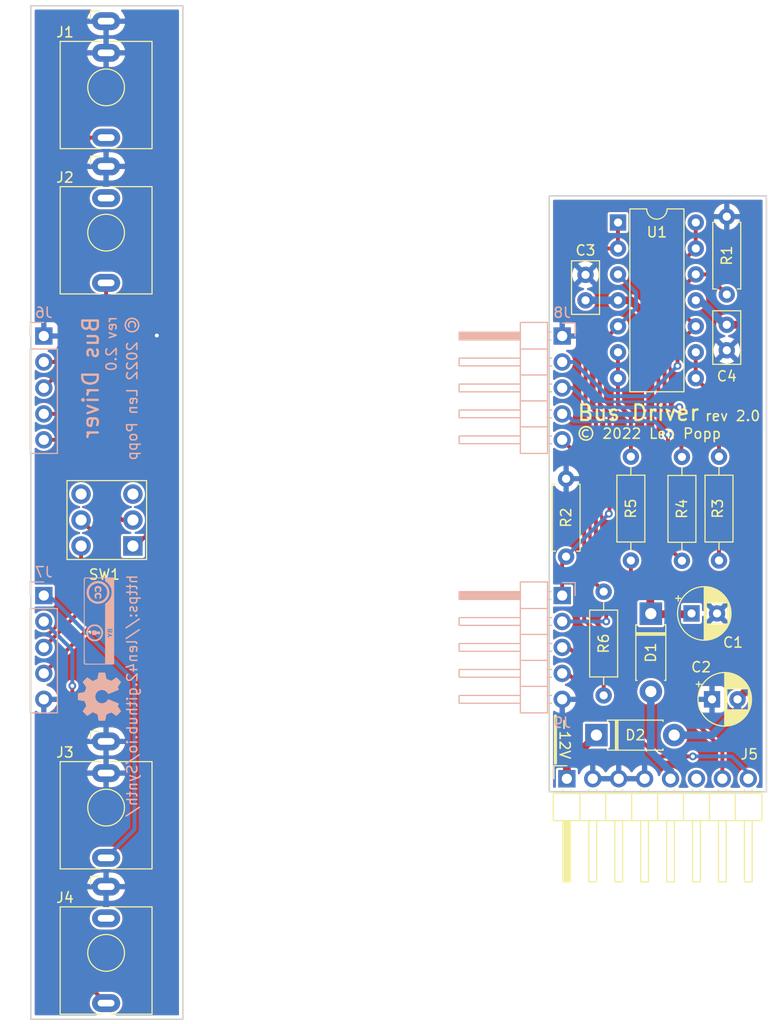
<source format=kicad_pcb>
(kicad_pcb (version 20211014) (generator pcbnew)
  (title_block (title "Eurorack Bus Driver") (date "2022-05-26") (rev "2.0") (company "Len Popp") (comment 1 "Copyright © 2022 Len Popp CC BY") (comment 2 "Board settings comply with requirements of OSH Park https://oshpark.com/") (comment 3 "Eurorack CV & gate bus driver module - 3HP"))
  (layers (0 "F.Cu" signal) (31 "B.Cu" signal) (36 "B.SilkS" user "B.Silkscreen") (37 "F.SilkS" user "F.Silkscreen") (38 "B.Mask" user) (39 "F.Mask" user) (44 "Edge.Cuts" user))
  (net 0 "")
  (net 1 "+12V")
  (net 2 "GND")
  (net 3 "-12V")
  (net 4 "Net-(D1-Pad2)")
  (net 6 "Net-(D2-Pad1)")
  (net 7 "IN-CV")
  (net 8 "BUS-CV")
  (net 9 "IN-GATE")
  (net 10 "BUS-GATE")
  (net 12 "OUT-CV-FRONT")
  (net 13 "OUT-CV-BUS")
  (net 14 "OUT-GATE-FRONT")
  (net 15 "OUT-GATE-BUS")
  (net 17 "Net-(R3-Pad1)")
  (net 18 "Net-(R4-Pad1)")
  (net 19 "Net-(R5-Pad1)")
  (net 20 "Net-(R6-Pad1)")
  (footprint "-lmp-misc:C_Disc_D5.0mm_W2.5mm_P2.50mm" (layer "F.Cu") (at 154.686 70.1675 90)
    (fp_text reference "C3" (at 4.8895 0 180) (layer "F.SilkS"))
    (fp_text value "100N")
    (pad "1" thru_hole circle locked (at 0 0 90) (size 1.6 1.6) (drill 0.8) (layers *.Cu *.Mask) (net 1 "+12V"))
    (pad "2" thru_hole circle locked (at 2.5 0 90) (size 1.6 1.6) (drill 0.8) (layers *.Cu *.Mask) (net 2 "GND"))
  )
  (footprint "-lmp-misc:R_Axial_DIN0207_L6.3mm_D2.5mm_P10.16mm_Horizontal" (layer "F.Cu") (at 156.464 98.679 -90)
    (fp_text reference "R6" (at 5.08 0 90) (layer "F.SilkS"))
    (fp_text value "51R")
    (pad "1" thru_hole circle locked (at 0 0 270) (size 1.6 1.6) (drill 0.8) (layers *.Cu *.Mask) (net 20 "Net-(R6-Pad1)"))
    (pad "2" thru_hole oval locked (at 10.16 0 270) (size 1.6 1.6) (drill 0.8) (layers *.Cu *.Mask) (net 15 "OUT-GATE-BUS"))
  )
  (footprint "-lmp-misc:C_Disc_D5.0mm_W2.5mm_P2.50mm" (layer "F.Cu") (at 168.529 75.057 90)
    (fp_text reference "C4" (at -2.54 0 180) (layer "F.SilkS"))
    (fp_text value "100N")
    (pad "1" thru_hole circle locked (at 0 0 90) (size 1.6 1.6) (drill 0.8) (layers *.Cu *.Mask) (net 2 "GND"))
    (pad "2" thru_hole circle locked (at 2.5 0 90) (size 1.6 1.6) (drill 0.8) (layers *.Cu *.Mask) (net 3 "-12V"))
  )
  (footprint "Package_DIP:DIP-14_W7.62mm" (layer "F.Cu") (at 157.871 62.5475)
    (fp_text reference "U1" (at 3.81 0.9525) (layer "F.SilkS"))
    (fp_text value "TL074")
    (pad "1" thru_hole rect (at 0 0) (size 1.6 1.6) (drill 0.8) (layers *.Cu *.Mask) (net 20 "Net-(R6-Pad1)"))
    (pad "2" thru_hole oval (at 0 2.54) (size 1.6 1.6) (drill 0.8) (layers *.Cu *.Mask) (net 20 "Net-(R6-Pad1)"))
    (pad "3" thru_hole oval (at 0 5.08) (size 1.6 1.6) (drill 0.8) (layers *.Cu *.Mask) (net 9 "IN-GATE"))
    (pad "4" thru_hole oval (at 0 7.62) (size 1.6 1.6) (drill 0.8) (layers *.Cu *.Mask) (net 1 "+12V"))
    (pad "5" thru_hole oval (at 0 10.16) (size 1.6 1.6) (drill 0.8) (layers *.Cu *.Mask) (net 9 "IN-GATE"))
    (pad "6" thru_hole oval (at 0 12.7) (size 1.6 1.6) (drill 0.8) (layers *.Cu *.Mask) (net 19 "Net-(R5-Pad1)"))
    (pad "7" thru_hole oval (at 0 15.24) (size 1.6 1.6) (drill 0.8) (layers *.Cu *.Mask) (net 19 "Net-(R5-Pad1)"))
    (pad "8" thru_hole oval (at 7.62 15.24) (size 1.6 1.6) (drill 0.8) (layers *.Cu *.Mask) (net 17 "Net-(R3-Pad1)"))
    (pad "9" thru_hole oval (at 7.62 12.7) (size 1.6 1.6) (drill 0.8) (layers *.Cu *.Mask) (net 17 "Net-(R3-Pad1)"))
    (pad "10" thru_hole oval (at 7.62 10.16) (size 1.6 1.6) (drill 0.8) (layers *.Cu *.Mask) (net 7 "IN-CV"))
    (pad "11" thru_hole oval (at 7.62 7.62) (size 1.6 1.6) (drill 0.8) (layers *.Cu *.Mask) (net 3 "-12V"))
    (pad "12" thru_hole oval (at 7.62 5.08) (size 1.6 1.6) (drill 0.8) (layers *.Cu *.Mask) (net 7 "IN-CV"))
    (pad "13" thru_hole oval (at 7.62 2.54) (size 1.6 1.6) (drill 0.8) (layers *.Cu *.Mask) (net 18 "Net-(R4-Pad1)"))
    (pad "14" thru_hole oval (at 7.62 0) (size 1.6 1.6) (drill 0.8) (layers *.Cu *.Mask) (net 18 "Net-(R4-Pad1)"))
  )
  (footprint "-lmp-misc:R_Axial_DIN0207_L6.3mm_D2.5mm_P7.62mm_Horizontal" (layer "F.Cu") (at 152.781 95.25 90)
    (fp_text reference "R2" (at 3.81 0 90) (layer "F.SilkS"))
    (fp_text value "1M")
    (pad "1" thru_hole circle locked (at 0 0 90) (size 1.6 1.6) (drill 0.8) (layers *.Cu *.Mask) (net 9 "IN-GATE"))
    (pad "2" thru_hole oval locked (at 7.62 0 90) (size 1.6 1.6) (drill 0.8) (layers *.Cu *.Mask) (net 2 "GND"))
  )
  (footprint "Diode_THT:D_DO-41_SOD81_P7.62mm_Horizontal" (layer "F.Cu") (at 161.0868 100.838 -90)
    (fp_text reference "D1" (at 3.81 0 90) (layer "F.SilkS"))
    (fp_text value "MBR150")
    (pad "1" thru_hole rect (at 0 0 270) (size 2.2 2.2) (drill 1.1) (layers *.Cu *.Mask) (net 1 "+12V"))
    (pad "2" thru_hole oval (at 7.62 0 270) (size 2.2 2.2) (drill 1.1) (layers *.Cu *.Mask) (net 4 "Net-(D1-Pad2)"))
  )
  (footprint "-lmp-synth:Jack_3.5mm_QingPu_WQP-PJ398SM_Vertical" (layer "F.Cu") (at 107.706 127.558)
    (fp_text reference "J4" (at -4.03 1.08) (layer "F.SilkS"))
    (fp_text value "WQP-PJ398")
    (pad "S" thru_hole oval (at 0 0 180) (size 2.75 1.75) (drill oval 1.65 0.65) (layers *.Cu *.Mask) (net 2 "GND"))
    (pad "T" thru_hole oval (at 0 11.4 180) (size 2.75 1.75) (drill oval 1.65 0.65) (layers *.Cu *.Mask) (net 14 "OUT-GATE-FRONT"))
    (pad "TN" thru_hole oval (at 0 3.1 180) (size 2.75 1.75) (drill oval 1.65 0.65) (layers *.Cu *.Mask))
  )
  (footprint "-lmp-synth:PinHeader-Eurorack-8-TH-RA" (layer "F.Cu") (at 152.8572 116.9924 -90)
    (fp_text reference "J5" (at -2.3876 -17.8816) (layer "F.SilkS"))
    (fp_text value "Conn_01x08")
    (pad "1" thru_hole rect (at 0 0 90) (size 1.7 1.7) (drill 1) (layers *.Cu *.Mask) (net 6 "Net-(D2-Pad1)"))
    (pad "2" thru_hole oval (at 0 -2.54 90) (size 1.7 1.7) (drill 1) (layers *.Cu *.Mask) (net 2 "GND"))
    (pad "3" thru_hole oval (at 0 -5.08 90) (size 1.7 1.7) (drill 1) (layers *.Cu *.Mask) (net 2 "GND"))
    (pad "4" thru_hole oval (at 0 -7.62 90) (size 1.7 1.7) (drill 1) (layers *.Cu *.Mask) (net 2 "GND"))
    (pad "5" thru_hole oval (at 0 -10.16 90) (size 1.7 1.7) (drill 1) (layers *.Cu *.Mask) (net 4 "Net-(D1-Pad2)"))
    (pad "6" thru_hole oval (at 0 -12.7 90) (size 1.7 1.7) (drill 1) (layers *.Cu *.Mask))
    (pad "7" thru_hole oval (at 0 -15.24 90) (size 1.7 1.7) (drill 1) (layers *.Cu *.Mask) (net 8 "BUS-CV"))
    (pad "8" thru_hole oval (at 0 -17.78 90) (size 1.7 1.7) (drill 1) (layers *.Cu *.Mask) (net 10 "BUS-GATE"))
  )
  (footprint "Diode_THT:D_DO-41_SOD81_P7.62mm_Horizontal" (layer "F.Cu") (at 155.7528 112.7252)
    (fp_text reference "D2" (at 3.81 0) (layer "F.SilkS"))
    (fp_text value "MBR150")
    (pad "1" thru_hole rect (at 0 0) (size 2.2 2.2) (drill 1.1) (layers *.Cu *.Mask) (net 6 "Net-(D2-Pad1)"))
    (pad "2" thru_hole oval (at 7.62 0) (size 2.2 2.2) (drill 1.1) (layers *.Cu *.Mask) (net 3 "-12V"))
  )
  (footprint "-lmp-synth:Jack_3.5mm_QingPu_WQP-PJ398SM_Vertical" (layer "F.Cu") (at 107.706 42.84)
    (fp_text reference "J1" (at -4.03 1.08) (layer "F.SilkS"))
    (fp_text value "WQP-PJ398")
    (pad "S" thru_hole oval (at 0 0 180) (size 2.75 1.75) (drill oval 1.65 0.65) (layers *.Cu *.Mask) (net 2 "GND"))
    (pad "T" thru_hole oval (at 0 11.4 180) (size 2.75 1.75) (drill oval 1.65 0.65) (layers *.Cu *.Mask) (net 7 "IN-CV"))
    (pad "TN" thru_hole oval (at 0 3.1 180) (size 2.75 1.75) (drill oval 1.65 0.65) (layers *.Cu *.Mask) (net 2 "GND"))
  )
  (footprint "-lmp-misc:R_Axial_DIN0207_L6.3mm_D2.5mm_P10.16mm_Horizontal" (layer "F.Cu") (at 159.131 85.471 -90)
    (fp_text reference "R5" (at 5.08 0 90) (layer "F.SilkS"))
    (fp_text value "51R")
    (pad "1" thru_hole circle locked (at 0 0 270) (size 1.6 1.6) (drill 0.8) (layers *.Cu *.Mask) (net 19 "Net-(R5-Pad1)"))
    (pad "2" thru_hole oval locked (at 10.16 0 270) (size 1.6 1.6) (drill 0.8) (layers *.Cu *.Mask) (net 14 "OUT-GATE-FRONT"))
  )
  (footprint "-lmp-misc:SW_DPDT_THT_2.54" (layer "F.Cu") (at 110.333 94.211 180)
    (fp_text reference "SW1" (at 2.794 -2.794) (layer "F.SilkS"))
    (fp_text value "SW_DPDT")
    (pad "1" thru_hole rect (at 0 0 180) (size 1.905 1.905) (drill 1.0922) (layers *.Cu *.Mask) (net 13 "OUT-CV-BUS"))
    (pad "2" thru_hole circle (at 0 2.54 180) (size 1.905 1.905) (drill 1.0922) (layers *.Cu *.Mask) (net 8 "BUS-CV"))
    (pad "3" thru_hole circle (at 0 5.08 180) (size 1.905 1.905) (drill 1.0922) (layers *.Cu *.Mask))
    (pad "4" thru_hole circle (at 5.08 0 180) (size 1.905 1.905) (drill 1.0922) (layers *.Cu *.Mask) (net 15 "OUT-GATE-BUS"))
    (pad "5" thru_hole circle (at 5.08 2.54 180) (size 1.905 1.905) (drill 1.0922) (layers *.Cu *.Mask) (net 10 "BUS-GATE"))
    (pad "6" thru_hole circle (at 5.08 5.08 180) (size 1.905 1.905) (drill 1.0922) (layers *.Cu *.Mask))
  )
  (footprint "-lmp-misc:CP_Radial_D5.0mm_P2.50mm" (layer "F.Cu") (at 165.0746 100.8126)
    (fp_text reference "C1" (at 4.064 2.8448) (layer "F.SilkS"))
    (fp_text value "10U")
    (pad "1" thru_hole rect locked (at 0 0) (size 1.6 1.6) (drill 0.8) (layers *.Cu *.Mask) (net 1 "+12V"))
    (pad "2" thru_hole circle locked (at 2.5 0) (size 1.6 1.6) (drill 0.8) (layers *.Cu *.Mask) (net 2 "GND"))
  )
  (footprint "-lmp-misc:CP_Radial_D5.0mm_P2.50mm" (layer "F.Cu") (at 167.0812 109.22)
    (fp_text reference "C2" (at -1.0668 -3.1496) (layer "F.SilkS"))
    (fp_text value "10U")
    (pad "1" thru_hole rect locked (at 0 0) (size 1.6 1.6) (drill 0.8) (layers *.Cu *.Mask) (net 2 "GND"))
    (pad "2" thru_hole circle locked (at 2.5 0) (size 1.6 1.6) (drill 0.8) (layers *.Cu *.Mask) (net 3 "-12V"))
  )
  (footprint "-lmp-synth:Jack_3.5mm_QingPu_WQP-PJ398SM_Vertical" (layer "F.Cu") (at 107.706 113.34)
    (fp_text reference "J3" (at -4.03 1.08) (layer "F.SilkS"))
    (fp_text value "WQP-PJ398")
    (pad "S" thru_hole oval (at 0 0 180) (size 2.75 1.75) (drill oval 1.65 0.65) (layers *.Cu *.Mask) (net 2 "GND"))
    (pad "T" thru_hole oval (at 0 11.4 180) (size 2.75 1.75) (drill oval 1.65 0.65) (layers *.Cu *.Mask) (net 9 "IN-GATE"))
    (pad "TN" thru_hole oval (at 0 3.1 180) (size 2.75 1.75) (drill oval 1.65 0.65) (layers *.Cu *.Mask) (net 2 "GND"))
  )
  (footprint "-lmp-misc:R_Axial_DIN0207_L6.3mm_D2.5mm_P7.62mm_Horizontal" (layer "F.Cu") (at 168.529 69.596 90)
    (fp_text reference "R1" (at 3.81 0 90) (layer "F.SilkS"))
    (fp_text value "1M")
    (pad "1" thru_hole circle locked (at 0 0 90) (size 1.6 1.6) (drill 0.8) (layers *.Cu *.Mask) (net 7 "IN-CV"))
    (pad "2" thru_hole oval locked (at 7.62 0 90) (size 1.6 1.6) (drill 0.8) (layers *.Cu *.Mask) (net 2 "GND"))
  )
  (footprint "-lmp-synth:Jack_3.5mm_QingPu_WQP-PJ398SM_Vertical" (layer "F.Cu") (at 107.706 57.058)
    (fp_text reference "J2" (at -4.03 1.08) (layer "F.SilkS"))
    (fp_text value "WQP-PJ398")
    (pad "S" thru_hole oval (at 0 0 180) (size 2.75 1.75) (drill oval 1.65 0.65) (layers *.Cu *.Mask) (net 2 "GND"))
    (pad "T" thru_hole oval (at 0 11.4 180) (size 2.75 1.75) (drill oval 1.65 0.65) (layers *.Cu *.Mask) (net 12 "OUT-CV-FRONT"))
    (pad "TN" thru_hole oval (at 0 3.1 180) (size 2.75 1.75) (drill oval 1.65 0.65) (layers *.Cu *.Mask))
  )
  (footprint "-lmp-misc:R_Axial_DIN0207_L6.3mm_D2.5mm_P10.16mm_Horizontal" (layer "F.Cu") (at 164.1348 85.4964 -90)
    (fp_text reference "R4" (at 5.08 0 90) (layer "F.SilkS"))
    (fp_text value "51R")
    (pad "1" thru_hole circle locked (at 0 0 270) (size 1.6 1.6) (drill 0.8) (layers *.Cu *.Mask) (net 18 "Net-(R4-Pad1)"))
    (pad "2" thru_hole oval locked (at 10.16 0 270) (size 1.6 1.6) (drill 0.8) (layers *.Cu *.Mask) (net 13 "OUT-CV-BUS"))
  )
  (footprint "-lmp-misc:R_Axial_DIN0207_L6.3mm_D2.5mm_P10.16mm_Horizontal" (layer "F.Cu") (at 167.767 85.471 -90)
    (fp_text reference "R3" (at 5.08 0.127 90) (layer "F.SilkS"))
    (fp_text value "51R")
    (pad "1" thru_hole circle locked (at 0 0 270) (size 1.6 1.6) (drill 0.8) (layers *.Cu *.Mask) (net 17 "Net-(R3-Pad1)"))
    (pad "2" thru_hole oval locked (at 10.16 0 270) (size 1.6 1.6) (drill 0.8) (layers *.Cu *.Mask) (net 12 "OUT-CV-FRONT"))
  )
  (footprint "-lmp-misc:Logo_CC_BY" (layer "B.Cu") (at 107 101.546 -90)
    (fp_text reference "G2" hide)
    (fp_text value "Logo_CC_BY" hide)
  )
  (footprint "-lmp-misc:Logo_OSHW" (layer "B.Cu") (at 107.073 108.966 -90)
    (fp_text reference "G4" hide)
    (fp_text value "Logo_OSHW" hide)
  )
  (footprint "Connector_PinSocket_2.54mm:PinSocket_1x05_P2.54mm_Vertical" (layer "B.Cu") (at 101.6 99.06 180)
    (fp_text reference "J7" (at 0 2.286) (layer "B.SilkS") (effects (justify mirror)))
    (fp_text value "Conn_Front")
    (pad "1" thru_hole rect (at 0 0 180) (size 1.7 1.7) (drill 1) (layers *.Cu *.Mask) (net 9 "IN-GATE"))
    (pad "2" thru_hole oval (at 0 -2.54 180) (size 1.7 1.7) (drill 1) (layers *.Cu *.Mask) (net 14 "OUT-GATE-FRONT"))
    (pad "3" thru_hole oval (at 0 -5.08 180) (size 1.7 1.7) (drill 1) (layers *.Cu *.Mask) (net 15 "OUT-GATE-BUS"))
    (pad "4" thru_hole oval (at 0 -7.62 180) (size 1.7 1.7) (drill 1) (layers *.Cu *.Mask) (net 10 "BUS-GATE"))
    (pad "5" thru_hole oval (at 0 -10.16 180) (size 1.7 1.7) (drill 1) (layers *.Cu *.Mask) (net 2 "GND"))
  )
  (footprint "Connector_PinHeader_2.54mm:PinHeader_1x05_P2.54mm_Horizontal" (layer "B.Cu") (at 152.4 73.66 180)
    (fp_text reference "J8" (at 0 2.286) (layer "B.SilkS") (effects (justify mirror)))
    (fp_text value "Conn_Back")
    (pad "1" thru_hole rect (at 0 0 180) (size 1.7 1.7) (drill 1) (layers *.Cu *.Mask) (net 2 "GND"))
    (pad "2" thru_hole oval (at 0 -2.54 180) (size 1.7 1.7) (drill 1) (layers *.Cu *.Mask) (net 7 "IN-CV"))
    (pad "3" thru_hole oval (at 0 -5.08 180) (size 1.7 1.7) (drill 1) (layers *.Cu *.Mask) (net 12 "OUT-CV-FRONT"))
    (pad "4" thru_hole oval (at 0 -7.62 180) (size 1.7 1.7) (drill 1) (layers *.Cu *.Mask) (net 13 "OUT-CV-BUS"))
    (pad "5" thru_hole oval (at 0 -10.16 180) (size 1.7 1.7) (drill 1) (layers *.Cu *.Mask) (net 8 "BUS-CV"))
  )
  (footprint "Connector_PinSocket_2.54mm:PinSocket_1x05_P2.54mm_Vertical" (layer "B.Cu") (at 101.6 73.66 180)
    (fp_text reference "J6" (at 0 2.286) (layer "B.SilkS") (effects (justify mirror)))
    (fp_text value "Conn_Front")
    (pad "1" thru_hole rect (at 0 0 180) (size 1.7 1.7) (drill 1) (layers *.Cu *.Mask) (net 2 "GND"))
    (pad "2" thru_hole oval (at 0 -2.54 180) (size 1.7 1.7) (drill 1) (layers *.Cu *.Mask) (net 7 "IN-CV"))
    (pad "3" thru_hole oval (at 0 -5.08 180) (size 1.7 1.7) (drill 1) (layers *.Cu *.Mask) (net 12 "OUT-CV-FRONT"))
    (pad "4" thru_hole oval (at 0 -7.62 180) (size 1.7 1.7) (drill 1) (layers *.Cu *.Mask) (net 13 "OUT-CV-BUS"))
    (pad "5" thru_hole oval (at 0 -10.16 180) (size 1.7 1.7) (drill 1) (layers *.Cu *.Mask) (net 8 "BUS-CV"))
  )
  (footprint "Connector_PinHeader_2.54mm:PinHeader_1x05_P2.54mm_Horizontal" (layer "B.Cu") (at 152.4 99.06 180)
    (fp_text reference "J9" (at 0 -12.446) (layer "B.SilkS") (effects (justify mirror)))
    (fp_text value "Conn_Back")
    (pad "1" thru_hole rect (at 0 0 180) (size 1.7 1.7) (drill 1) (layers *.Cu *.Mask) (net 9 "IN-GATE"))
    (pad "2" thru_hole oval (at 0 -2.54 180) (size 1.7 1.7) (drill 1) (layers *.Cu *.Mask) (net 14 "OUT-GATE-FRONT"))
    (pad "3" thru_hole oval (at 0 -5.08 180) (size 1.7 1.7) (drill 1) (layers *.Cu *.Mask) (net 15 "OUT-GATE-BUS"))
    (pad "4" thru_hole oval (at 0 -7.62 180) (size 1.7 1.7) (drill 1) (layers *.Cu *.Mask) (net 10 "BUS-GATE"))
    (pad "5" thru_hole oval (at 0 -10.16 180) (size 1.7 1.7) (drill 1) (layers *.Cu *.Mask) (net 2 "GND"))
  )
  (gr_line (start 151.7396 110.8536) (end 151.7396 115.4684) (layer "F.SilkS") (width 0.3048))
  (gr_line (start 151.13 118.2624) (end 151.13 59.944) (layer "Edge.Cuts") (width 0.1524))
  (gr_line (start 151.13 59.944) (end 172.4152 59.944) (layer "Edge.Cuts") (width 0.1524))
  (gr_line (start 115.23 41.33) (end 115.23 140.534) (layer "Edge.Cuts") (width 0.1524))
  (gr_line (start 115.23 140.534) (end 100.33 140.534) (layer "Edge.Cuts") (width 0.1524))
  (gr_line (start 100.33 41.33) (end 115.23 41.33) (layer "Edge.Cuts") (width 0.1524))
  (gr_line (start 172.4152 118.2624) (end 151.13 118.2624) (layer "Edge.Cuts") (width 0.1524))
  (gr_line (start 172.4152 59.944) (end 172.4152 118.2624) (layer "Edge.Cuts") (width 0.1524))
  (gr_line (start 100.33 140.534) (end 100.33 41.33) (layer "Edge.Cuts") (width 0.1524))
  (gr_text "Bus Driver" (at 106.2 71.628 90) (layer "B.SilkS") (effects (font (size 1.524 1.524) (thickness 0.2286)) (justify left mirror)))
  (gr_text "rev ${REVISION}" (at 108.232 71.628 90) (layer "B.SilkS") (effects (font (size 1 1)) (justify left mirror)))
  (gr_text "© 2022 Len Popp" (at 110.264 71.628 90) (layer "B.SilkS") (effects (font (size 1 1)) (justify left mirror)))
  (gr_text "https://len42.github.io/Synth/" (at 110.264 96.9264 90) (layer "B.SilkS") (effects (font (size 1 1)) (justify left mirror)))
  (gr_text "-12V" (at 152.654 115.1636 270) (layer "F.SilkS") (effects (font (size 1 1)) (justify right)))
  (gr_text "© 2022 Len Popp" (at 153.7716 83.2104) (layer "F.SilkS") (effects (font (size 1 1)) (justify left)))
  (gr_text "rev ${REVISION}" (at 166.3192 81.4832) (layer "F.SilkS") (effects (font (size 1 1)) (justify left)))
  (gr_text "Bus Driver" (at 153.7716 81.1784) (layer "F.SilkS") (effects (font (size 1.524 1.524) (thickness 0.2286)) (justify left)))
  (segment (start 161.0868 100.838) (end 161.036 100.7872) (width 0.762) (layer "F.Cu") (net 1))
  (segment (start 161.036 72.0725) (end 159.131 70.1675) (width 0.762) (layer "F.Cu") (net 1))
  (segment (start 161.0868 100.838) (end 161.1376 100.8888) (width 0.762) (layer "F.Cu") (net 1))
  (segment (start 161.036 100.7872) (end 161.036 72.0725) (width 0.762) (layer "F.Cu") (net 1))
  (segment (start 164.9984 100.8888) (end 165.0746 100.8126) (width 0.762) (layer "F.Cu") (net 1))
  (segment (start 159.131 70.1675) (end 157.861 70.1675) (width 0.762) (layer "F.Cu") (net 1))
  (segment (start 161.1376 100.8888) (end 164.9984 100.8888) (width 0.762) (layer "F.Cu") (net 1))
  (segment (start 154.686 70.1675) (end 157.861 70.1675) (width 0.762) (layer "B.Cu") (net 1))
  (via (at 112.6744 73.6092) (size 0.762) (drill 0.381) (layers "F.Cu" "B.Cu") (net 2))
  (segment (start 170.815 107.9862) (end 169.5812 109.22) (width 0.762) (layer "F.Cu") (net 3))
  (segment (start 170.815 73.787) (end 170.815 107.9862) (width 0.762) (layer "F.Cu") (net 3))
  (segment (start 169.585 72.557) (end 170.815 73.787) (width 0.762) (layer "F.Cu") (net 3))
  (segment (start 168.529 72.557) (end 169.585 72.557) (width 0.762) (layer "F.Cu") (net 3))
  (segment (start 168.315 72.557) (end 165.9255 70.1675) (width 0.762) (layer "B.Cu") (net 3))
  (segment (start 165.9255 70.1675) (end 165.481 70.1675) (width 0.762) (layer "B.Cu") (net 3))
  (segment (start 167.0812 112.7252) (end 169.5812 110.2252) (width 0.762) (layer "B.Cu") (net 3))
  (segment (start 168.529 72.557) (end 168.315 72.557) (width 0.762) (layer "B.Cu") (net 3))
  (segment (start 163.3728 112.7252) (end 167.0812 112.7252) (width 0.762) (layer "B.Cu") (net 3))
  (segment (start 169.5812 110.2252) (end 169.5812 109.22) (width 0.762) (layer "B.Cu") (net 3))
  (segment (start 161.0868 108.458) (end 161.0868 114.3508) (width 0.762) (layer "B.Cu") (net 4))
  (segment (start 161.0868 114.3508) (end 163.0172 116.2812) (width 0.762) (layer "B.Cu") (net 4))
  (segment (start 163.0172 116.2812) (end 163.0172 116.9924) (width 0.762) (layer "B.Cu") (net 4))
  (segment (start 152.8572 115.6208) (end 152.8572 116.9924) (width 0.762) (layer "F.Cu") (net 6))
  (segment (start 155.7528 112.7252) (end 152.8572 115.6208) (width 0.762) (layer "F.Cu") (net 6))
  (segment (start 103.9368 74.8792) (end 102.616 76.2) (width 0.381) (layer "F.Cu") (net 7))
  (segment (start 163.703 76.581) (end 163.703 74.4855) (width 0.381) (layer "F.Cu") (net 7))
  (segment (start 107.706 54.24) (end 106.1356 54.24) (width 0.381) (layer "F.Cu") (net 7))
  (segment (start 168.529 69.596) (end 166.5605 67.6275) (width 0.381) (layer "F.Cu") (net 7))
  (segment (start 166.5605 67.6275) (end 165.481 67.6275) (width 0.381) (layer "F.Cu") (net 7))
  (segment (start 165.481 67.6275) (end 163.83 69.2785) (width 0.381) (layer "F.Cu") (net 7))
  (segment (start 103.9368 56.4388) (end 103.9368 74.8792) (width 0.381) (layer "F.Cu") (net 7))
  (segment (start 163.703 74.4855) (end 165.481 72.7075) (width 0.381) (layer "F.Cu") (net 7))
  (segment (start 106.1356 54.24) (end 103.9368 56.4388) (width 0.381) (layer "F.Cu") (net 7))
  (segment (start 163.83 71.0565) (end 165.481 72.7075) (width 0.381) (layer "F.Cu") (net 7))
  (segment (start 163.83 69.2785) (end 163.83 71.0565) (width 0.381) (layer "F.Cu") (net 7))
  (segment (start 102.616 76.2) (end 101.6 76.2) (width 0.381) (layer "F.Cu") (net 7))
  (via (at 163.703 76.581) (size 0.762) (drill 0.381) (layers "F.Cu" "B.Cu") (net 7))
  (segment (start 156.8958 79.5528) (end 153.543 76.2) (width 0.381) (layer "B.Cu") (net 7))
  (segment (start 153.543 76.2) (end 152.4 76.2) (width 0.381) (layer "B.Cu") (net 7))
  (segment (start 163.703 76.581) (end 160.7312 79.5528) (width 0.381) (layer "B.Cu") (net 7))
  (segment (start 160.7312 79.5528) (end 156.8958 79.5528) (width 0.381) (layer "B.Cu") (net 7))
  (segment (start 104.648 83.82) (end 107.8992 87.0712) (width 0.381) (layer "F.Cu") (net 8))
  (segment (start 107.8992 90.2716) (end 109.2986 91.671) (width 0.381) (layer "F.Cu") (net 8))
  (segment (start 109.2986 91.671) (end 110.333 91.671) (width 0.381) (layer "F.Cu") (net 8))
  (segment (start 107.8992 87.0712) (end 107.8992 90.2716) (width 0.381) (layer "F.Cu") (net 8))
  (segment (start 168.0972 116.9924) (end 168.0972 114.0968) (width 0.381) (layer "F.Cu") (net 8))
  (segment (start 160.0962 104.4448) (end 157.5816 104.4448) (width 0.381) (layer "F.Cu") (net 8))
  (segment (start 101.6 83.82) (end 104.648 83.82) (width 0.381) (layer "F.Cu") (net 8))
  (segment (start 168.0972 114.0968) (end 163.7538 109.7534) (width 0.381) (layer "F.Cu") (net 8))
  (segment (start 154.559 101.4222) (end 154.559 85.979) (width 0.381) (layer "F.Cu") (net 8))
  (segment (start 163.7538 109.7534) (end 163.7538 108.1024) (width 0.381) (layer "F.Cu") (net 8))
  (segment (start 157.5816 104.4448) (end 154.559 101.4222) (width 0.381) (layer "F.Cu") (net 8))
  (segment (start 163.7538 108.1024) (end 160.0962 104.4448) (width 0.381) (layer "F.Cu") (net 8))
  (segment (start 154.559 85.979) (end 152.4 83.82) (width 0.381) (layer "F.Cu") (net 8))
  (segment (start 157.0355 81.28) (end 157.0355 90.9955) (width 0.381) (layer "F.Cu") (net 9))
  (segment (start 157.0355 81.28) (end 156.083 80.3275) (width 0.381) (layer "F.Cu") (net 9))
  (segment (start 157.0355 90.9955) (end 156.972 91.059) (width 0.381) (layer "F.Cu") (net 9))
  (segment (start 152.4 99.06) (end 152.4 95.631) (width 0.381) (layer "F.Cu") (net 9))
  (segment (start 156.083 80.3275) (end 156.083 74.4855) (width 0.381) (layer "F.Cu") (net 9))
  (segment (start 156.083 74.4855) (end 157.861 72.7075) (width 0.381) (layer "F.Cu") (net 9))
  (segment (start 152.4 95.631) (end 152.781 95.25) (width 0.381) (layer "F.Cu") (net 9))
  (via (at 156.972 91.059) (size 0.762) (drill 0.381) (layers "F.Cu" "B.Cu") (net 9))
  (segment (start 110.49 107.442) (end 110.49 121.956) (width 0.381) (layer "B.Cu") (net 9))
  (segment (start 102.108 99.06) (end 110.49 107.442) (width 0.381) (layer "B.Cu") (net 9))
  (segment (start 102.108 99.06) (end 101.6 99.06) (width 0.381) (layer "B.Cu") (net 9))
  (segment (start 110.49 121.956) (end 107.706 124.74) (width 0.381) (layer "B.Cu") (net 9))
  (segment (start 157.861 72.7075) (end 159.639 70.9295) (width 0.381) (layer "B.Cu") (net 9))
  (segment (start 159.639 70.9295) (end 159.639 69.4055) (width 0.381) (layer "B.Cu") (net 9))
  (segment (start 159.639 69.4055) (end 157.861 67.6275) (width 0.381) (layer "B.Cu") (net 9))
  (segment (start 152.781 95.25) (end 156.972 91.059) (width 0.381) (layer "B.Cu") (net 9))
  (segment (start 155.8036 110.5408) (end 154.5336 109.2708) (width 0.381) (layer "F.Cu") (net 10))
  (segment (start 105.253 91.671) (end 106.8832 93.3012) (width 0.381) (layer "F.Cu") (net 10))
  (segment (start 157.4292 110.5408) (end 155.8036 110.5408) (width 0.381) (layer "F.Cu") (net 10))
  (segment (start 165.2016 114.808) (end 161.6964 114.808) (width 0.381) (layer "F.Cu") (net 10))
  (segment (start 152.9588 106.68) (end 152.4 106.68) (width 0.381) (layer "F.Cu") (net 10))
  (segment (start 161.6964 114.808) (end 157.4292 110.5408) (width 0.381) (layer "F.Cu") (net 10))
  (segment (start 154.5336 109.2708) (end 154.5336 108.2548) (width 0.381) (layer "F.Cu") (net 10))
  (segment (start 154.5336 108.2548) (end 152.9588 106.68) (width 0.381) (layer "F.Cu") (net 10))
  (segment (start 106.8832 93.3012) (end 106.8832 101.3968) (width 0.381) (layer "F.Cu") (net 10))
  (segment (start 106.8832 101.3968) (end 101.6 106.68) (width 0.381) (layer "F.Cu") (net 10))
  (via (at 165.2016 114.808) (size 0.762) (drill 0.381) (layers "F.Cu" "B.Cu") (net 10))
  (segment (start 170.6372 116.4336) (end 170.6372 116.9924) (width 0.381) (layer "B.Cu") (net 10))
  (segment (start 165.2016 114.808) (end 169.0116 114.808) (width 0.381) (layer "B.Cu") (net 10))
  (segment (start 169.0116 114.808) (end 170.6372 116.4336) (width 0.381) (layer "B.Cu") (net 10))
  (segment (start 101.6 78.74) (end 107.706 72.634) (width 0.381) (layer "F.Cu") (net 12))
  (segment (start 163.8808 80.6196) (end 165.862 82.6008) (width 0.381) (layer "F.Cu") (net 12))
  (segment (start 165.862 86.614) (end 167.767 88.519) (width 0.381) (layer "F.Cu") (net 12))
  (segment (start 167.767 88.519) (end 167.767 95.631) (width 0.381) (layer "F.Cu") (net 12))
  (segment (start 107.706 72.634) (end 107.706 68.458) (width 0.381) (layer "F.Cu") (net 12))
  (segment (start 165.862 82.6008) (end 165.862 86.614) (width 0.381) (layer "F.Cu") (net 12))
  (via (at 163.8808 80.6196) (size 0.762) (drill 0.381) (layers "F.Cu" "B.Cu") (net 12))
  (segment (start 163.8808 80.6196) (end 163.8554 80.645) (width 0.381) (layer "B.Cu") (net 12))
  (segment (start 155.321 80.645) (end 153.416 78.74) (width 0.381) (layer "B.Cu") (net 12))
  (segment (start 163.8554 80.645) (end 155.321 80.645) (width 0.381) (layer "B.Cu") (net 12))
  (segment (start 153.416 78.74) (end 152.4 78.74) (width 0.381) (layer "B.Cu") (net 12))
  (segment (start 162.433 84.4042) (end 162.433 93.9546) (width 0.381) (layer "F.Cu") (net 13))
  (segment (start 107.2388 81.28) (end 112.3188 86.36) (width 0.381) (layer "F.Cu") (net 13))
  (segment (start 162.433 93.9546) (end 164.1348 95.6564) (width 0.381) (layer "F.Cu") (net 13))
  (segment (start 110.6146 94.211) (end 110.333 94.211) (width 0.381) (layer "F.Cu") (net 13))
  (segment (start 101.6 81.28) (end 107.2388 81.28) (width 0.381) (layer "F.Cu") (net 13))
  (segment (start 162.7632 83.312) (end 162.7632 84.074) (width 0.381) (layer "F.Cu") (net 13))
  (segment (start 162.7632 84.074) (end 162.433 84.4042) (width 0.381) (layer "F.Cu") (net 13))
  (segment (start 112.3188 86.36) (end 112.3188 92.5068) (width 0.381) (layer "F.Cu") (net 13))
  (segment (start 112.3188 92.5068) (end 110.6146 94.211) (width 0.381) (layer "F.Cu") (net 13))
  (via (at 162.7632 83.312) (size 0.762) (drill 0.381) (layers "F.Cu" "B.Cu") (net 13))
  (segment (start 161.4424 81.9912) (end 153.4922 81.9912) (width 0.381) (layer "B.Cu") (net 13))
  (segment (start 152.781 81.28) (end 152.4 81.28) (width 0.381) (layer "B.Cu") (net 13))
  (segment (start 153.4922 81.9912) (end 152.781 81.28) (width 0.381) (layer "B.Cu") (net 13))
  (segment (start 162.7632 83.312) (end 161.4424 81.9912) (width 0.381) (layer "B.Cu") (net 13))
  (segment (start 159.131 98.3234) (end 159.131 96.393) (width 0.381) (layer "F.Cu") (net 14))
  (segment (start 104.394 135.646) (end 107.706 138.958) (width 0.381) (layer "F.Cu") (net 14))
  (segment (start 156.718 101.6) (end 156.718 100.7364) (width 0.381) (layer "F.Cu") (net 14))
  (segment (start 104.394 107.8992) (end 104.394 135.646) (width 0.381) (layer "F.Cu") (net 14))
  (segment (start 156.718 100.7364) (end 159.131 98.3234) (width 0.381) (layer "F.Cu") (net 14))
  (via (at 156.718 101.6) (size 0.762) (drill 0.381) (layers "F.Cu" "B.Cu") (net 14))
  (via (at 104.394 107.8992) (size 0.762) (drill 0.381) (layers "F.Cu" "B.Cu") (net 14))
  (segment (start 104.394 104.394) (end 104.394 107.8992) (width 0.381) (layer "B.Cu") (net 14))
  (segment (start 101.6 101.6) (end 104.394 104.394) (width 0.381) (layer "B.Cu") (net 14))
  (segment (start 156.718 101.6) (end 152.4 101.6) (width 0.381) (layer "B.Cu") (net 14))
  (segment (start 156.464 107.569) (end 153.035 104.14) (width 0.381) (layer "F.Cu") (net 15))
  (segment (start 156.464 108.839) (end 156.464 107.569) (width 0.381) (layer "F.Cu") (net 15))
  (segment (start 153.035 104.14) (end 152.4 104.14) (width 0.381) (layer "F.Cu") (net 15))
  (segment (start 105.253 94.211) (end 105.253 100.487) (width 0.381) (layer "F.Cu") (net 15))
  (segment (start 105.253 100.487) (end 101.6 104.14) (width 0.381) (layer "F.Cu") (net 15))
  (segment (start 167.767 80.0735) (end 167.767 85.471) (width 0.381) (layer "F.Cu") (net 17))
  (segment (start 165.481 75.2475) (end 165.481 77.7875) (width 0.381) (layer "F.Cu") (net 17))
  (segment (start 165.481 77.7875) (end 167.767 80.0735) (width 0.381) (layer "F.Cu") (net 17))
  (segment (start 164.084 85.4456) (end 164.1348 85.4964) (width 0.381) (layer "F.Cu") (net 18))
  (segment (start 164.084 82.6516) (end 164.084 85.4456) (width 0.381) (layer "F.Cu") (net 18))
  (segment (start 162.433 81.0006) (end 164.084 82.6516) (width 0.381) (layer "F.Cu") (net 18))
  (segment (start 165.481 62.5475) (end 165.481 65.0875) (width 0.381) (layer "F.Cu") (net 18))
  (segment (start 162.433 68.1355) (end 162.433 81.0006) (width 0.381) (layer "F.Cu") (net 18))
  (segment (start 165.481 65.0875) (end 162.433 68.1355) (width 0.381) (layer "F.Cu") (net 18))
  (segment (start 159.131 85.471) (end 159.131 81.5975) (width 0.381) (layer "F.Cu") (net 19))
  (segment (start 157.861 75.2475) (end 157.861 77.7875) (width 0.381) (layer "F.Cu") (net 19))
  (segment (start 157.861 80.3275) (end 157.861 77.7875) (width 0.381) (layer "F.Cu") (net 19))
  (segment (start 159.131 81.5975) (end 157.861 80.3275) (width 0.381) (layer "F.Cu") (net 19))
  (segment (start 156.464 98.679) (end 155.702 97.917) (width 0.381) (layer "F.Cu") (net 20))
  (segment (start 154.3685 65.0875) (end 157.861 65.0875) (width 0.381) (layer "F.Cu") (net 20))
  (segment (start 157.861 65.0875) (end 157.861 62.5475) (width 0.381) (layer "F.Cu") (net 20))
  (segment (start 154.686 80.899) (end 154.686 72.644) (width 0.381) (layer "F.Cu") (net 20))
  (segment (start 155.702 81.915) (end 154.686 80.899) (width 0.381) (layer "F.Cu") (net 20))
  (segment (start 152.654 70.612) (end 152.654 66.802) (width 0.381) (layer "F.Cu") (net 20))
  (segment (start 154.686 72.644) (end 152.654 70.612) (width 0.381) (layer "F.Cu") (net 20))
  (segment (start 155.702 97.917) (end 155.702 81.915) (width 0.381) (layer "F.Cu") (net 20))
  (segment (start 152.654 66.802) (end 154.3685 65.0875) (width 0.381) (layer "F.Cu") (net 20))
  (zone (net 2) (net_name "GND") (layer "F.Cu") (connect_pads (clearance 0.2032)) (min_thickness 0.2032) (fill yes (thermal_gap 0.508) (thermal_bridge_width 0.508))
    (polygon (pts (xy 173.2788 127.9906) (xy 150.495 127.9906) (xy 150.495 59.1566) (xy 173.2788 59.1566)))
  )
  (zone (net 2) (net_name "GND") (layer "F.Cu") (connect_pads (clearance 0.2032)) (min_thickness 0.2032) (fill yes (thermal_gap 0.508) (thermal_bridge_width 0.508))
    (polygon (pts (xy 120.777 140.9954) (xy 99.695 140.9954) (xy 99.695 40.767) (xy 120.777 40.767)))
  )
  (zone (net 0) (net_name "") (layer "F.Cu") (connect_pads (clearance 0)) (min_thickness 0.254)
    (keepout (tracks not_allowed) (vias not_allowed) (pads allowed) (copperpour not_allowed) (footprints allowed))
    (fill (thermal_gap 0.508) (thermal_bridge_width 0.508))
    (polygon (pts (xy 107.641 135.5167) (xy 108.1045 135.4433) (xy 108.5227 135.2302) (xy 108.8545 134.8984) (xy 109.0676 134.4802) (xy 109.141 134.0167) (xy 109.0676 133.5532) (xy 108.8545 133.135) (xy 108.5227 132.8032) (xy 108.1045 132.5901) (xy 107.641 132.5167) (xy 107.1775 132.5901) (xy 106.7593 132.8032) (xy 106.4275 133.135) (xy 106.2144 133.5532) (xy 106.141 134.0167) (xy 106.2144 134.4802) (xy 106.4275 134.8984) (xy 106.7593 135.2302) (xy 107.1775 135.4433)))
  )
  (zone (net 0) (net_name "") (layer "F.Cu") (connect_pads (clearance 0)) (min_thickness 0.254)
    (keepout (tracks not_allowed) (vias not_allowed) (pads allowed) (copperpour not_allowed) (footprints allowed))
    (fill (thermal_gap 0.508) (thermal_bridge_width 0.508))
    (polygon (pts (xy 107.7023 121.333) (xy 108.1658 121.2596) (xy 108.584 121.0465) (xy 108.9158 120.7147) (xy 109.1289 120.2965) (xy 109.2023 119.833) (xy 109.1289 119.3695) (xy 108.9158 118.9513) (xy 108.584 118.6195) (xy 108.1658 118.4064) (xy 107.7023 118.333) (xy 107.2388 118.4064) (xy 106.8206 118.6195) (xy 106.4888 118.9513) (xy 106.2757 119.3695) (xy 106.2023 119.833) (xy 106.2757 120.2965) (xy 106.4888 120.7147) (xy 106.8206 121.0465) (xy 107.2388 121.2596)))
  )
  (zone (net 0) (net_name "") (layer "F.Cu") (connect_pads (clearance 0)) (min_thickness 0.254)
    (keepout (tracks not_allowed) (vias not_allowed) (pads allowed) (copperpour not_allowed) (footprints allowed))
    (fill (thermal_gap 0.508) (thermal_bridge_width 0.508))
    (polygon (pts (xy 107.7023 65.0466) (xy 108.1658 64.9732) (xy 108.584 64.7601) (xy 108.9158 64.4283) (xy 109.1289 64.0101) (xy 109.2023 63.5466) (xy 109.1289 63.0831) (xy 108.9158 62.6649) (xy 108.584 62.3331) (xy 108.1658 62.12) (xy 107.7023 62.0466) (xy 107.2388 62.12) (xy 106.8206 62.3331) (xy 106.4888 62.6649) (xy 106.2757 63.0831) (xy 106.2023 63.5466) (xy 106.2757 64.0101) (xy 106.4888 64.4283) (xy 106.8206 64.7601) (xy 107.2388 64.9732)))
  )
  (zone (net 0) (net_name "") (layer "F.Cu") (connect_pads (clearance 0)) (min_thickness 0.254)
    (keepout (tracks not_allowed) (vias not_allowed) (pads allowed) (copperpour not_allowed) (footprints allowed))
    (fill (thermal_gap 0.508) (thermal_bridge_width 0.508))
    (polygon (pts (xy 107.7023 50.8455) (xy 108.1658 50.7721) (xy 108.584 50.559) (xy 108.9158 50.2272) (xy 109.1289 49.809) (xy 109.2023 49.3455) (xy 109.1289 48.882) (xy 108.9158 48.4638) (xy 108.584 48.132) (xy 108.1658 47.9189) (xy 107.7023 47.8455) (xy 107.2388 47.9189) (xy 106.8206 48.132) (xy 106.4888 48.4638) (xy 106.2757 48.882) (xy 106.2023 49.3455) (xy 106.2757 49.809) (xy 106.4888 50.2272) (xy 106.8206 50.559) (xy 107.2388 50.7721)))
  )
  (zone (net 2) (net_name "GND") (layer "B.Cu") (connect_pads (clearance 0.2032)) (min_thickness 0.2032) (fill yes (thermal_gap 0.508) (thermal_bridge_width 0.508))
    (polygon (pts (xy 173.2788 127.9906) (xy 150.495 127.9906) (xy 150.495 59.1566) (xy 173.2788 59.1566)))
  )
  (zone (net 2) (net_name "GND") (layer "B.Cu") (connect_pads (clearance 0.2032)) (min_thickness 0.2032) (fill yes (thermal_gap 0.508) (thermal_bridge_width 0.508))
    (polygon (pts (xy 120.777 140.9954) (xy 99.695 140.9954) (xy 99.695 40.767) (xy 120.777 40.767)))
  )
)
</source>
